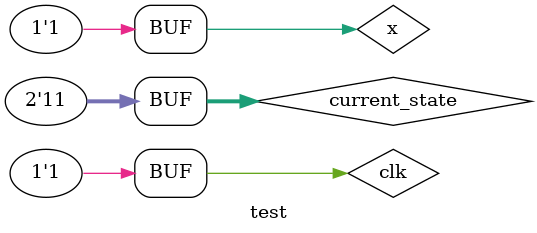
<source format=v>


`timescale 1ns/100ps

module test;
   reg x,clk;
   reg [1:0] current_state;
   wire [1:0] next_state;

  states new(x, clk,current_state,next_state);

  initial
  begin

  $dumpfile("16CO138-V4.vcd");
  $dumpvars(0,test);

  $monitor(" clk= %b    x= %b   Current state= %b     =>     Next state= %b \n", clk,x,current_state, next_state);
  #10 clk=0; x=0; current_state=2'b00;
  #10 clk=0; x=0; current_state=2'b00;
  #10 clk=1; x=0; current_state=2'b00;
  #10 clk=0; x=0; current_state=2'b01;
  #10 clk=1; x=0; current_state=2'b01;
  #10 clk=0; x=0; current_state=2'b10;
  #10 clk=1; x=0; current_state=2'b10;
  #10 clk=0; x=0; current_state=2'b11;
  #10 clk=1; x=0; current_state=2'b11;
  #10 clk=0; x=1; current_state=2'b00;
  #10 clk=1; x=1; current_state=2'b00;
  #10 clk=0; x=1; current_state=2'b01;
  #10 clk=1; x=1; current_state=2'b01;
  #10 clk=0; x=1; current_state=2'b10;
  #10 clk=1; x=1; current_state=2'b10;
  #10 clk=0; x=1; current_state=2'b11;
  #10 clk=1; x=1; current_state=2'b11;
   
  end
endmodule

</source>
